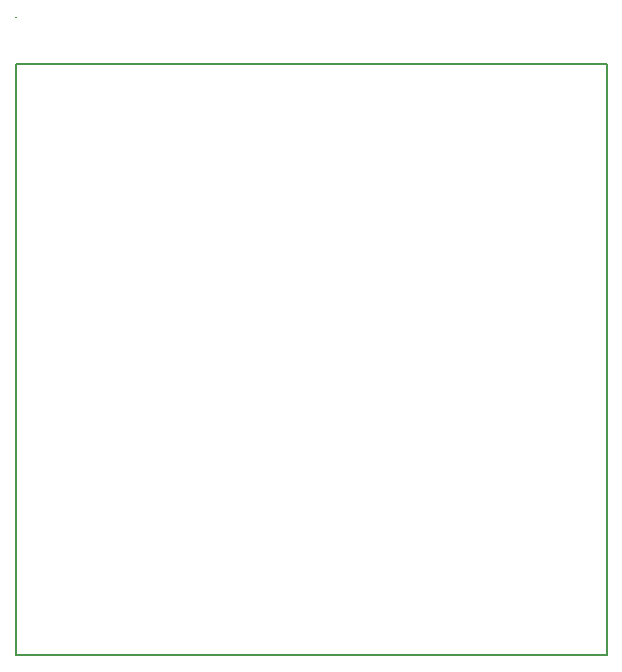
<source format=gm1>
G04 #@! TF.FileFunction,Profile,NP*
%FSLAX46Y46*%
G04 Gerber Fmt 4.6, Leading zero omitted, Abs format (unit mm)*
G04 Created by KiCad (PCBNEW 4.0.7) date Sun Nov  5 18:25:08 2017*
%MOMM*%
%LPD*%
G01*
G04 APERTURE LIST*
%ADD10C,0.100000*%
%ADD11C,0.200000*%
G04 APERTURE END LIST*
D10*
D11*
X0Y4000000D02*
X0Y4000000D01*
X0Y-50000000D02*
X0Y0D01*
X50000000Y-50000000D02*
X0Y-50000000D01*
X50000000Y0D02*
X50000000Y-50000000D01*
X0Y0D02*
X50000000Y0D01*
M02*

</source>
